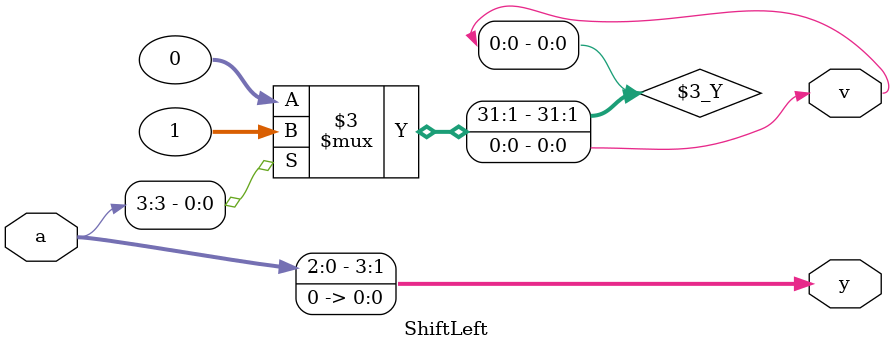
<source format=sv>
module ShiftLeft #(
  parameter N = 4  
)
(
  input [N-1:0] a,
  output [N-1:0] y,
  output logic v
);

  assign y = a << 1;
  
  assign v = (a[N-1] == 1) ? 1 : 0;

endmodule
</source>
